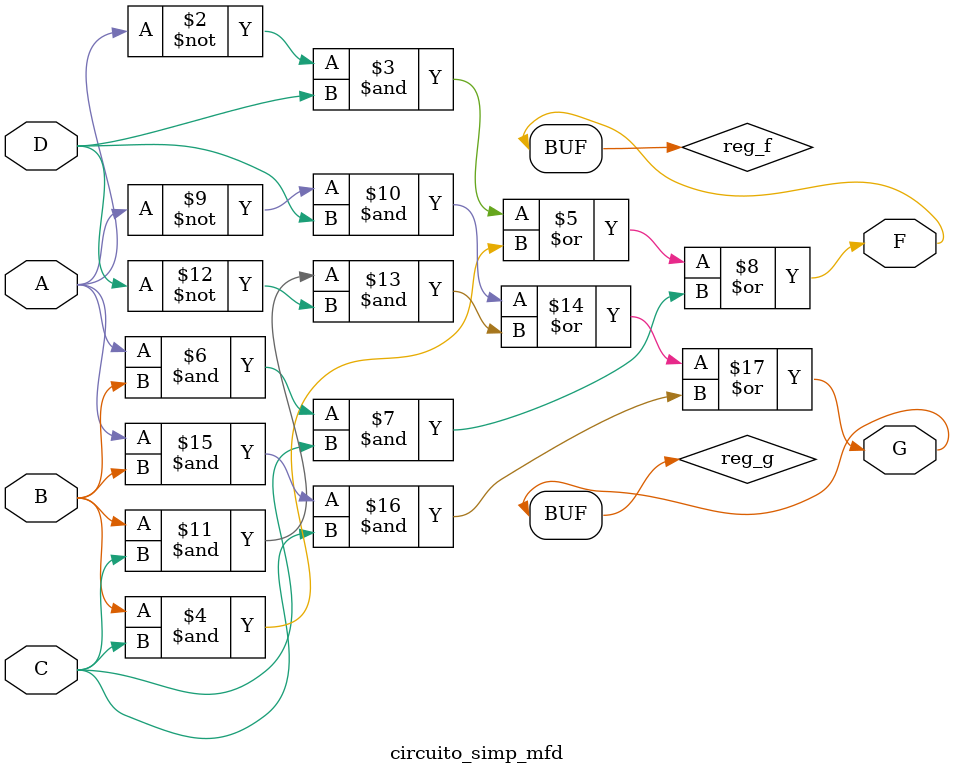
<source format=v>
module circuito_simp_mfd(A, B, C, D, F, G);
    input A, B, C, D;
    output F, G;
    reg reg_f, reg_g;

    always @* begin 
        reg_f = (~A&D) | (B&C) | (A&B&C);
        reg_g = (~A&D) | (B&C&~D) | (A&B&C);
    end

    assign F = reg_f;
    assign G = reg_g;

endmodule
</source>
